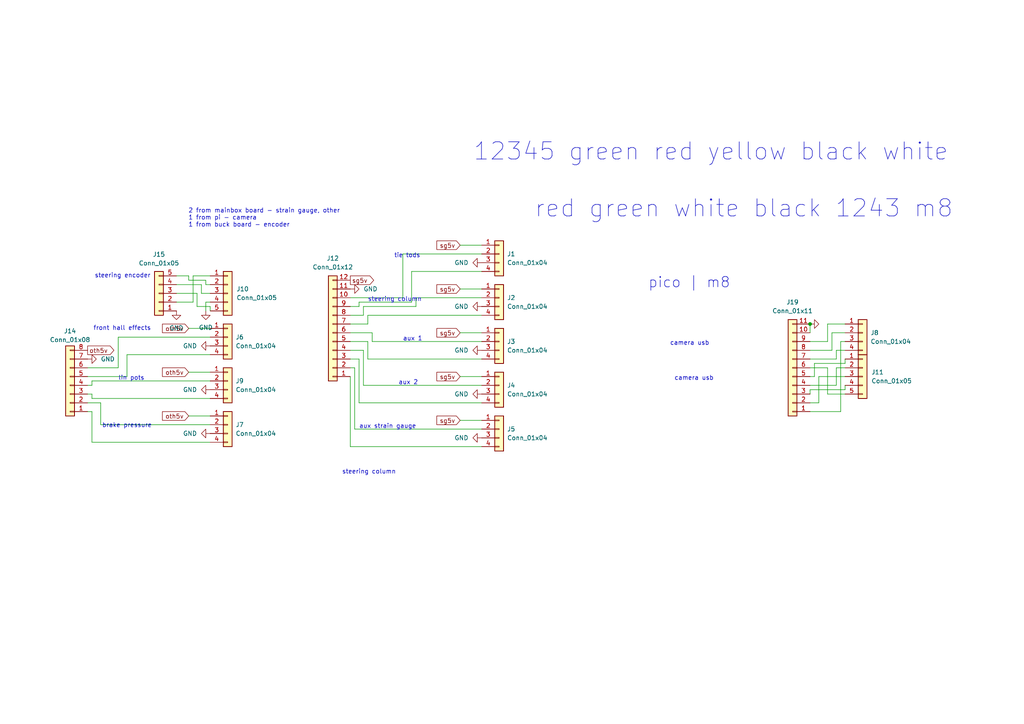
<source format=kicad_sch>
(kicad_sch (version 20230121) (generator eeschema)
  (paper "A4")
  (lib_symbols
    (symbol "Connector_Generic:Conn_01x04" (pin_names (offset 1.016) hide)
      (property "Reference" "J" (at 0 5.08 0))
      (property "Value" "Conn_01x04" (at 0 -7.62 0))
      (symbol "Conn_01x04_1_1"
        (rectangle (start -1.27 -4.953) (end 0 -5.207) (stroke (width 0.1524)))
        (rectangle (start -1.27 -2.413) (end 0 -2.667) (stroke (width 0.1524)))
        (rectangle (start -1.27 0.127) (end 0 -0.127) (stroke (width 0.1524)))
        (rectangle (start -1.27 2.667) (end 0 2.413) (stroke (width 0.1524)))
        (rectangle (start -1.27 3.81) (end 1.27 -6.35) (stroke (width 0.254)) (fill (type background)))
        (pin passive line (at -5.08 2.54 0) (length 3.81) (name "Pin_1") (number "1"))
        (pin passive line (at -5.08 0 0) (length 3.81) (name "Pin_2") (number "2"))
        (pin passive line (at -5.08 -2.54 0) (length 3.81) (name "Pin_3") (number "3"))
        (pin passive line (at -5.08 -5.08 0) (length 3.81) (name "Pin_4") (number "4"))
      )
    )
    (symbol "Connector_Generic:Conn_01x05" (pin_names (offset 1.016) hide)
      (property "Reference" "J" (at 0 7.62 0))
      (property "Value" "Conn_01x05" (at 0 -7.62 0))
      (symbol "Conn_01x05_1_1"
        (rectangle (start -1.27 -4.953) (end 0 -5.207) (stroke (width 0.1524)))
        (rectangle (start -1.27 -2.413) (end 0 -2.667) (stroke (width 0.1524)))
        (rectangle (start -1.27 0.127) (end 0 -0.127) (stroke (width 0.1524)))
        (rectangle (start -1.27 2.667) (end 0 2.413) (stroke (width 0.1524)))
        (rectangle (start -1.27 5.207) (end 0 4.953) (stroke (width 0.1524)))
        (rectangle (start -1.27 6.35) (end 1.27 -6.35) (stroke (width 0.254)) (fill (type background)))
        (pin passive line (at -5.08 5.08 0) (length 3.81) (name "Pin_1") (number "1"))
        (pin passive line (at -5.08 2.54 0) (length 3.81) (name "Pin_2") (number "2"))
        (pin passive line (at -5.08 0 0) (length 3.81) (name "Pin_3") (number "3"))
        (pin passive line (at -5.08 -2.54 0) (length 3.81) (name "Pin_4") (number "4"))
        (pin passive line (at -5.08 -5.08 0) (length 3.81) (name "Pin_5") (number "5"))
      )
    )
    (symbol "Connector_Generic:Conn_01x08" (pin_names (offset 1.016) hide)
      (property "Reference" "J" (at 0 10.16 0))
      (property "Value" "Conn_01x08" (at 0 -12.7 0))
      (symbol "Conn_01x08_1_1"
        (rectangle (start -1.27 -10.033) (end 0 -10.287) (stroke (width 0.1524)))
        (rectangle (start -1.27 -7.493) (end 0 -7.747) (stroke (width 0.1524)))
        (rectangle (start -1.27 -4.953) (end 0 -5.207) (stroke (width 0.1524)))
        (rectangle (start -1.27 -2.413) (end 0 -2.667) (stroke (width 0.1524)))
        (rectangle (start -1.27 0.127) (end 0 -0.127) (stroke (width 0.1524)))
        (rectangle (start -1.27 2.667) (end 0 2.413) (stroke (width 0.1524)))
        (rectangle (start -1.27 5.207) (end 0 4.953) (stroke (width 0.1524)))
        (rectangle (start -1.27 7.747) (end 0 7.493) (stroke (width 0.1524)))
        (rectangle (start -1.27 8.89) (end 1.27 -11.43) (stroke (width 0.254)) (fill (type background)))
        (pin passive line (at -5.08 7.62 0) (length 3.81) (name "Pin_1") (number "1"))
        (pin passive line (at -5.08 5.08 0) (length 3.81) (name "Pin_2") (number "2"))
        (pin passive line (at -5.08 2.54 0) (length 3.81) (name "Pin_3") (number "3"))
        (pin passive line (at -5.08 0 0) (length 3.81) (name "Pin_4") (number "4"))
        (pin passive line (at -5.08 -2.54 0) (length 3.81) (name "Pin_5") (number "5"))
        (pin passive line (at -5.08 -5.08 0) (length 3.81) (name "Pin_6") (number "6"))
        (pin passive line (at -5.08 -7.62 0) (length 3.81) (name "Pin_7") (number "7"))
        (pin passive line (at -5.08 -10.16 0) (length 3.81) (name "Pin_8") (number "8"))
      )
    )
    (symbol "Connector_Generic:Conn_01x11" (pin_names (offset 1.016) hide)
      (property "Reference" "J" (at 0 15.24 0))
      (property "Value" "Conn_01x11" (at 0 -15.24 0))
      (symbol "Conn_01x11_1_1"
        (rectangle (start -1.27 -12.573) (end 0 -12.827) (stroke (width 0.1524)))
        (rectangle (start -1.27 -10.033) (end 0 -10.287) (stroke (width 0.1524)))
        (rectangle (start -1.27 -7.493) (end 0 -7.747) (stroke (width 0.1524)))
        (rectangle (start -1.27 -4.953) (end 0 -5.207) (stroke (width 0.1524)))
        (rectangle (start -1.27 -2.413) (end 0 -2.667) (stroke (width 0.1524)))
        (rectangle (start -1.27 0.127) (end 0 -0.127) (stroke (width 0.1524)))
        (rectangle (start -1.27 2.667) (end 0 2.413) (stroke (width 0.1524)))
        (rectangle (start -1.27 5.207) (end 0 4.953) (stroke (width 0.1524)))
        (rectangle (start -1.27 7.747) (end 0 7.493) (stroke (width 0.1524)))
        (rectangle (start -1.27 10.287) (end 0 10.033) (stroke (width 0.1524)))
        (rectangle (start -1.27 12.827) (end 0 12.573) (stroke (width 0.1524)))
        (rectangle (start -1.27 13.97) (end 1.27 -13.97) (stroke (width 0.254)) (fill (type background)))
        (pin passive line (at -5.08 12.7 0) (length 3.81) (name "Pin_1") (number "1"))
        (pin passive line (at -5.08 -10.16 0) (length 3.81) (name "Pin_10") (number "10"))
        (pin passive line (at -5.08 -12.7 0) (length 3.81) (name "Pin_11") (number "11"))
        (pin passive line (at -5.08 10.16 0) (length 3.81) (name "Pin_2") (number "2"))
        (pin passive line (at -5.08 7.62 0) (length 3.81) (name "Pin_3") (number "3"))
        (pin passive line (at -5.08 5.08 0) (length 3.81) (name "Pin_4") (number "4"))
        (pin passive line (at -5.08 2.54 0) (length 3.81) (name "Pin_5") (number "5"))
        (pin passive line (at -5.08 0 0) (length 3.81) (name "Pin_6") (number "6"))
        (pin passive line (at -5.08 -2.54 0) (length 3.81) (name "Pin_7") (number "7"))
        (pin passive line (at -5.08 -5.08 0) (length 3.81) (name "Pin_8") (number "8"))
        (pin passive line (at -5.08 -7.62 0) (length 3.81) (name "Pin_9") (number "9"))
      )
    )
    (symbol "Connector_Generic:Conn_01x12" (pin_names (offset 1.016) hide)
      (property "Reference" "J" (at 0 15.24 0))
      (property "Value" "Conn_01x12" (at 0 -17.78 0))
      (symbol "Conn_01x12_1_1"
        (rectangle (start -1.27 -15.113) (end 0 -15.367) (stroke (width 0.1524)))
        (rectangle (start -1.27 -12.573) (end 0 -12.827) (stroke (width 0.1524)))
        (rectangle (start -1.27 -10.033) (end 0 -10.287) (stroke (width 0.1524)))
        (rectangle (start -1.27 -7.493) (end 0 -7.747) (stroke (width 0.1524)))
        (rectangle (start -1.27 -4.953) (end 0 -5.207) (stroke (width 0.1524)))
        (rectangle (start -1.27 -2.413) (end 0 -2.667) (stroke (width 0.1524)))
        (rectangle (start -1.27 0.127) (end 0 -0.127) (stroke (width 0.1524)))
        (rectangle (start -1.27 2.667) (end 0 2.413) (stroke (width 0.1524)))
        (rectangle (start -1.27 5.207) (end 0 4.953) (stroke (width 0.1524)))
        (rectangle (start -1.27 7.747) (end 0 7.493) (stroke (width 0.1524)))
        (rectangle (start -1.27 10.287) (end 0 10.033) (stroke (width 0.1524)))
        (rectangle (start -1.27 12.827) (end 0 12.573) (stroke (width 0.1524)))
        (rectangle (start -1.27 13.97) (end 1.27 -16.51) (stroke (width 0.254)) (fill (type background)))
        (pin passive line (at -5.08 12.7 0) (length 3.81) (name "Pin_1") (number "1"))
        (pin passive line (at -5.08 -10.16 0) (length 3.81) (name "Pin_10") (number "10"))
        (pin passive line (at -5.08 -12.7 0) (length 3.81) (name "Pin_11") (number "11"))
        (pin passive line (at -5.08 -15.24 0) (length 3.81) (name "Pin_12") (number "12"))
        (pin passive line (at -5.08 10.16 0) (length 3.81) (name "Pin_2") (number "2"))
        (pin passive line (at -5.08 7.62 0) (length 3.81) (name "Pin_3") (number "3"))
        (pin passive line (at -5.08 5.08 0) (length 3.81) (name "Pin_4") (number "4"))
        (pin passive line (at -5.08 2.54 0) (length 3.81) (name "Pin_5") (number "5"))
        (pin passive line (at -5.08 0 0) (length 3.81) (name "Pin_6") (number "6"))
        (pin passive line (at -5.08 -2.54 0) (length 3.81) (name "Pin_7") (number "7"))
        (pin passive line (at -5.08 -5.08 0) (length 3.81) (name "Pin_8") (number "8"))
        (pin passive line (at -5.08 -7.62 0) (length 3.81) (name "Pin_9") (number "9"))
      )
    )
    (symbol "power:GND" (power) (pin_names (offset 0))
      (property "Value" "GND" (at 0 -3.81 0))
      (symbol "GND_0_1"
        (polyline (pts (xy 0 0) (xy 0 -1.27) (xy 1.27 -1.27) (xy 0 -2.54) (xy -1.27 -1.27) (xy 0 -1.27)))
      )
      (symbol "GND_1_1"
        (pin power_in line (at 0 0 270) (length 0) hide (name "GND") (number "1"))
      )
    )
  )
  (junction (at 234.95 93.98))
  (wire (pts (xy 237.49 109.22) (xy 237.49 116.84)))
  (wire (pts (xy 245.11 101.6) (xy 242.57 101.6)))
  (wire (pts (xy 101.6 129.54) (xy 101.6 109.22)))
  (wire (pts (xy 139.7 104.14) (xy 106.68 104.14)))
  (wire (pts (xy 107.95 96.52) (xy 101.6 96.52)))
  (wire (pts (xy 29.21 116.84) (xy 25.4 116.84)))
  (wire (pts (xy 106.68 99.06) (xy 101.6 99.06)))
  (wire (pts (xy 104.14 104.14) (xy 101.6 104.14)))
  (wire (pts (xy 242.57 106.68) (xy 242.57 111.76)))
  (wire (pts (xy 133.477 96.52) (xy 139.7 96.52)))
  (wire (pts (xy 116.84 86.36) (xy 101.6 86.36)))
  (wire (pts (xy 102.87 124.46) (xy 102.87 106.68)))
  (wire (pts (xy 245.11 106.68) (xy 242.57 106.68)))
  (wire (pts (xy 34.29 106.68) (xy 25.4 106.68)))
  (wire (pts (xy 139.7 116.84) (xy 104.14 116.84)))
  (wire (pts (xy 60.96 85.09) (xy 58.42 85.09)))
  (wire (pts (xy 240.03 114.3) (xy 240.03 106.68)))
  (wire (pts (xy 54.737 95.25) (xy 60.96 95.25)))
  (wire (pts (xy 34.29 97.79) (xy 60.96 97.79)))
  (wire (pts (xy 105.41 101.6) (xy 101.6 101.6)))
  (wire (pts (xy 133.477 83.82) (xy 139.7 83.82)))
  (wire (pts (xy 60.96 90.17) (xy 60.96 88.9)))
  (wire (pts (xy 236.22 109.22) (xy 234.95 109.22)))
  (wire (pts (xy 236.22 105.41) (xy 236.22 109.22)))
  (wire (pts (xy 54.737 107.95) (xy 60.96 107.95)))
  (wire (pts (xy 51.181 87.63) (xy 56.007 87.63)))
  (wire (pts (xy 234.95 113.03) (xy 234.95 114.3)))
  (wire (pts (xy 36.83 109.22) (xy 25.4 109.22)))
  (wire (pts (xy 139.7 78.74) (xy 119.38 78.74)))
  (wire (pts (xy 60.96 128.27) (xy 26.67 128.27)))
  (wire (pts (xy 133.477 121.92) (xy 139.7 121.92)))
  (wire (pts (xy 105.41 111.76) (xy 139.7 111.76)))
  (wire (pts (xy 106.68 91.44) (xy 106.68 93.98)))
  (wire (pts (xy 243.84 99.06) (xy 243.84 119.38)))
  (wire (pts (xy 245.11 96.52) (xy 241.3 96.52)))
  (wire (pts (xy 34.29 97.79) (xy 34.29 106.68)))
  (wire (pts (xy 59.69 82.55) (xy 59.69 81.28)))
  (wire (pts (xy 234.95 93.98) (xy 234.95 96.52)))
  (wire (pts (xy 104.14 87.63) (xy 104.14 88.9)))
  (wire (pts (xy 60.96 102.87) (xy 36.83 102.87)))
  (wire (pts (xy 240.03 99.06) (xy 234.95 99.06)))
  (wire (pts (xy 26.67 114.3) (xy 25.4 114.3)))
  (wire (pts (xy 26.67 119.38) (xy 25.4 119.38)))
  (wire (pts (xy 51.181 82.55) (xy 58.42 82.55)))
  (wire (pts (xy 58.42 85.09) (xy 58.42 82.55)))
  (wire (pts (xy 245.11 104.14) (xy 245.11 105.41)))
  (wire (pts (xy 245.11 105.41) (xy 236.22 105.41)))
  (wire (pts (xy 245.11 99.06) (xy 243.84 99.06)))
  (wire (pts (xy 60.96 80.01) (xy 56.007 80.01)))
  (wire (pts (xy 57.15 88.9) (xy 57.15 85.09)))
  (wire (pts (xy 26.67 110.49) (xy 26.67 111.76)))
  (wire (pts (xy 36.83 102.87) (xy 36.83 109.22)))
  (wire (pts (xy 26.67 115.57) (xy 26.67 114.3)))
  (wire (pts (xy 120.65 86.36) (xy 120.65 88.9)))
  (wire (pts (xy 119.38 78.74) (xy 119.38 87.63)))
  (wire (pts (xy 105.41 111.76) (xy 105.41 101.6)))
  (wire (pts (xy 139.7 91.44) (xy 106.68 91.44)))
  (wire (pts (xy 51.181 80.01) (xy 54.737 80.01)))
  (wire (pts (xy 107.95 99.06) (xy 139.7 99.06)))
  (wire (pts (xy 116.84 73.66) (xy 116.84 86.36)))
  (wire (pts (xy 26.67 111.76) (xy 25.4 111.76)))
  (wire (pts (xy 106.68 93.98) (xy 101.6 93.98)))
  (wire (pts (xy 245.11 111.76) (xy 245.11 113.03)))
  (wire (pts (xy 139.7 129.54) (xy 101.6 129.54)))
  (wire (pts (xy 105.41 88.9) (xy 105.41 91.44)))
  (wire (pts (xy 60.96 82.55) (xy 59.69 82.55)))
  (wire (pts (xy 133.477 71.12) (xy 139.7 71.12)))
  (wire (pts (xy 240.03 93.98) (xy 240.03 99.06)))
  (wire (pts (xy 59.69 81.28) (xy 54.737 81.28)))
  (wire (pts (xy 29.21 123.19) (xy 60.96 123.19)))
  (wire (pts (xy 29.21 123.19) (xy 29.21 116.84)))
  (wire (pts (xy 59.69 87.63) (xy 60.96 87.63)))
  (wire (pts (xy 240.03 106.68) (xy 234.95 106.68)))
  (wire (pts (xy 234.95 119.38) (xy 243.84 119.38)))
  (wire (pts (xy 245.11 113.03) (xy 234.95 113.03)))
  (wire (pts (xy 56.007 80.01) (xy 56.007 87.63)))
  (wire (pts (xy 54.737 81.28) (xy 54.737 80.01)))
  (wire (pts (xy 107.95 99.06) (xy 107.95 96.52)))
  (wire (pts (xy 119.38 87.63) (xy 104.14 87.63)))
  (wire (pts (xy 60.96 110.49) (xy 26.67 110.49)))
  (wire (pts (xy 139.7 73.66) (xy 116.84 73.66)))
  (wire (pts (xy 242.57 111.76) (xy 234.95 111.76)))
  (wire (pts (xy 245.11 114.3) (xy 240.03 114.3)))
  (wire (pts (xy 59.69 90.17) (xy 59.69 87.63)))
  (wire (pts (xy 60.96 115.57) (xy 26.67 115.57)))
  (wire (pts (xy 102.87 106.68) (xy 101.6 106.68)))
  (wire (pts (xy 245.11 93.98) (xy 240.03 93.98)))
  (wire (pts (xy 120.65 88.9) (xy 105.41 88.9)))
  (wire (pts (xy 242.57 104.14) (xy 234.95 104.14)))
  (wire (pts (xy 241.3 101.6) (xy 234.95 101.6)))
  (wire (pts (xy 106.68 104.14) (xy 106.68 99.06)))
  (wire (pts (xy 54.737 120.65) (xy 60.96 120.65)))
  (wire (pts (xy 237.49 116.84) (xy 234.95 116.84)))
  (wire (pts (xy 104.14 88.9) (xy 101.6 88.9)))
  (wire (pts (xy 104.14 116.84) (xy 104.14 104.14)))
  (wire (pts (xy 60.96 88.9) (xy 57.15 88.9)))
  (wire (pts (xy 51.181 85.09) (xy 57.15 85.09)))
  (wire (pts (xy 242.57 101.6) (xy 242.57 104.14)))
  (wire (pts (xy 26.67 128.27) (xy 26.67 119.38)))
  (wire (pts (xy 133.477 109.22) (xy 139.7 109.22)))
  (wire (pts (xy 241.3 96.52) (xy 241.3 101.6)))
  (wire (pts (xy 102.87 124.46) (xy 139.7 124.46)))
  (wire (pts (xy 105.41 91.44) (xy 101.6 91.44)))
  (wire (pts (xy 139.7 86.36) (xy 120.65 86.36)))
  (wire (pts (xy 245.11 109.22) (xy 237.49 109.22)))
  (text "steering column" (at 106.68 87.63 0) (effects (font (size 1.27 1.27)) (justify left bottom)))
  (text "tie tods" (at 114.3 74.93 0) (effects (font (size 1.27 1.27)) (justify left bottom)))
  (text "12345 green red yellow black white" (at 137.16 46.99 0) (effects (font (size 5 5)) (justify left bottom)))
  (text "2 from mainbox board - strain gauge, other\n1 from pi - camera\n1 from buck board - encoder" (at 54.61 66.04 0) (effects (font (size 1.27 1.27)) (justify left bottom)))
  (text "camera usb" (at 194.31 100.33 0) (effects (font (size 1.27 1.27)) (justify left bottom)))
  (text "brake pressure" (at 29.591 124.206 0) (effects (font (size 1.27 1.27)) (justify left bottom)))
  (text "red green white black 1243 m8" (at 154.94 63.5 0) (effects (font (size 5 5)) (justify left bottom)))
  (text "camera usb" (at 195.58 110.49 0) (effects (font (size 1.27 1.27)) (justify left bottom)))
  (text "pico | m8" (at 187.96 83.82 0) (effects (font (size 3 3)) (justify left bottom)))
  (text "aux strain gauge" (at 104.14 124.46 0) (effects (font (size 1.27 1.27)) (justify left bottom)))
  (text "front hall effects" (at 27.051 96.012 0) (effects (font (size 1.27 1.27)) (justify left bottom)))
  (text "aux 1" (at 116.84 99.06 0) (effects (font (size 1.27 1.27)) (justify left bottom)))
  (text "steering encoder" (at 27.432 80.772 0) (effects (font (size 1.27 1.27)) (justify left bottom)))
  (text "lin pots" (at 34.29 110.49 0) (effects (font (size 1.27 1.27)) (justify left bottom)))
  (text "aux 2" (at 115.57 111.76 0) (effects (font (size 1.27 1.27)) (justify left bottom)))
  (text "steering column" (at 99.187 137.668 0) (effects (font (size 1.27 1.27)) (justify left bottom)))
  (global_label "sg5v" (shape output) (at 101.6 81.28 0) (property "Intersheetrefs" "${INTERSHEET_REFS}" (effects hide)))
  (global_label "sg5v" (shape input) (at 133.477 121.92 180) (property "Intersheetrefs" "${INTERSHEET_REFS}" (effects hide)))
  (global_label "sg5v" (shape input) (at 133.477 83.82 180) (property "Intersheetrefs" "${INTERSHEET_REFS}" (effects hide)))
  (global_label "sg5v" (shape input) (at 133.477 109.22 180) (property "Intersheetrefs" "${INTERSHEET_REFS}" (effects hide)))
  (global_label "oth5v" (shape input) (at 54.737 120.65 180) (property "Intersheetrefs" "${INTERSHEET_REFS}" (effects hide)))
  (global_label "oth5v" (shape input) (at 54.737 107.95 180) (property "Intersheetrefs" "${INTERSHEET_REFS}" (effects hide)))
  (global_label "oth5v" (shape input) (at 54.737 95.25 180) (property "Intersheetrefs" "${INTERSHEET_REFS}" (effects hide)))
  (global_label "oth5v" (shape output) (at 25.4 101.6 0) (property "Intersheetrefs" "${INTERSHEET_REFS}" (effects hide)))
  (global_label "sg5v" (shape input) (at 133.477 96.52 180) (property "Intersheetrefs" "${INTERSHEET_REFS}" (effects hide)))
  (global_label "sg5v" (shape input) (at 133.477 71.12 180) (property "Intersheetrefs" "${INTERSHEET_REFS}" (effects hide)))
  (symbol (lib_id "power:GND") (at 60.96 125.73 270) (unit 1)
    (property "Reference" "#PWR010" (effects hide))
    (property "Value" "GND" (at 57.15 125.73 90) (effects (justify right)))
  )
  (symbol (lib_id "Connector_Generic:Conn_01x08") (at 20.32 111.76 180) (unit 1)
    (property "Reference" "J14" (at 20.32 96.012 0))
    (property "Value" "Conn_01x08" (at 20.32 98.552 0))
    (property "Footprint" "peripheralio:SMD_picoblade_hori_1x08" (effects hide))
  )
  (symbol (lib_id "Connector_Generic:Conn_01x11") (at 229.87 106.68 180) (unit 1)
    (property "Reference" "J19" (at 229.87 87.63 0))
    (property "Value" "Conn_01x11" (at 229.87 90.17 0))
    (property "Footprint" "peripheralio:1932258-1" (effects hide))
  )
  (symbol (lib_id "Connector_Generic:Conn_01x04") (at 250.19 96.52 0) (unit 1)
    (property "Reference" "J8" (at 252.476 96.52 0) (effects (justify left)))
    (property "Value" "Conn_01x04" (at 252.476 99.06 0) (effects (justify left)))
    (property "Footprint" "peripheralio:CONN_T4041017041-000_TEC" (effects hide))
  )
  (symbol (lib_id "power:GND") (at 25.4 104.14 90) (unit 1)
    (property "Reference" "#PWR011" (effects hide))
    (property "Value" "GND" (at 29.21 104.14 90) (effects (justify right)))
  )
  (symbol (lib_id "Connector_Generic:Conn_01x05") (at 46.101 85.09 180) (unit 1)
    (property "Reference" "J15" (at 46.101 73.787 0))
    (property "Value" "Conn_01x05" (at 46.101 76.327 0))
    (property "Footprint" "peripheralio:SMD_picoblade_hori_1x05" (effects hide))
  )
  (symbol (lib_id "power:GND") (at 60.96 113.03 270) (unit 1)
    (property "Reference" "#PWR09" (effects hide))
    (property "Value" "GND" (at 57.15 113.03 90) (effects (justify right)))
  )
  (symbol (lib_id "power:GND") (at 139.7 114.3 270) (unit 1)
    (property "Reference" "#PWR04" (effects hide))
    (property "Value" "GND" (at 135.89 114.3 90) (effects (justify right)))
  )
  (symbol (lib_id "power:GND") (at 101.6 83.82 90) (unit 1)
    (property "Reference" "#PWR012" (effects hide))
    (property "Value" "GND" (at 105.41 83.82 90) (effects (justify right)))
  )
  (symbol (lib_id "power:GND") (at 139.7 101.6 270) (unit 1)
    (property "Reference" "#PWR03" (effects hide))
    (property "Value" "GND" (at 135.89 101.6 90) (effects (justify right)))
  )
  (symbol (lib_id "Connector_Generic:Conn_01x04") (at 66.04 110.49 0) (unit 1)
    (property "Reference" "J9" (at 68.326 110.49 0) (effects (justify left)))
    (property "Value" "Conn_01x04" (at 68.326 113.03 0) (effects (justify left)))
    (property "Footprint" "peripheralio:CONN_T4041017041-000_TEC" (effects hide))
  )
  (symbol (lib_id "power:GND") (at 60.96 100.33 270) (unit 1)
    (property "Reference" "#PWR08" (effects hide))
    (property "Value" "GND" (at 57.15 100.33 90) (effects (justify right)))
  )
  (symbol (lib_id "Connector_Generic:Conn_01x04") (at 144.78 111.76 0) (unit 1)
    (property "Reference" "J4" (at 147.066 111.76 0) (effects (justify left)))
    (property "Value" "Conn_01x04" (at 147.066 114.3 0) (effects (justify left)))
    (property "Footprint" "peripheralio:CONN_T4041017041-000_TEC" (effects hide))
  )
  (symbol (lib_id "power:GND") (at 51.181 90.17 0) (unit 1)
    (property "Reference" "#PWR07" (effects hide))
    (property "Value" "GND" (at 51.181 95.123 0))
  )
  (symbol (lib_id "Connector_Generic:Conn_01x04") (at 144.78 86.36 0) (unit 1)
    (property "Reference" "J2" (at 147.066 86.36 0) (effects (justify left)))
    (property "Value" "Conn_01x04" (at 147.066 88.9 0) (effects (justify left)))
    (property "Footprint" "peripheralio:CONN_T4041017041-000_TEC" (effects hide))
  )
  (symbol (lib_id "Connector_Generic:Conn_01x05") (at 66.04 85.09 0) (unit 1)
    (property "Reference" "J10" (at 68.58 83.82 0) (effects (justify left)))
    (property "Value" "Conn_01x05" (at 68.58 86.36 0) (effects (justify left)))
    (property "Footprint" "peripheralio:5pth" (effects hide))
  )
  (symbol (lib_id "Connector_Generic:Conn_01x04") (at 144.78 99.06 0) (unit 1)
    (property "Reference" "J3" (at 147.066 99.06 0) (effects (justify left)))
    (property "Value" "Conn_01x04" (at 147.066 101.6 0) (effects (justify left)))
    (property "Footprint" "peripheralio:CONN_T4041017041-000_TEC" (effects hide))
  )
  (symbol (lib_id "power:GND") (at 139.7 127 270) (unit 1)
    (property "Reference" "#PWR05" (effects hide))
    (property "Value" "GND" (at 135.89 127 90) (effects (justify right)))
  )
  (symbol (lib_id "power:GND") (at 59.69 90.17 0) (unit 1)
    (property "Reference" "#PWR013" (effects hide))
    (property "Value" "GND" (at 59.69 94.996 0))
  )
  (symbol (lib_id "Connector_Generic:Conn_01x04") (at 66.04 97.79 0) (unit 1)
    (property "Reference" "J6" (at 68.326 97.79 0) (effects (justify left)))
    (property "Value" "Conn_01x04" (at 68.326 100.33 0) (effects (justify left)))
    (property "Footprint" "peripheralio:CONN_T4041017041-000_TEC" (effects hide))
  )
  (symbol (lib_id "power:GND") (at 139.7 88.9 270) (unit 1)
    (property "Reference" "#PWR02" (effects hide))
    (property "Value" "GND" (at 135.89 88.9 90) (effects (justify right)))
  )
  (symbol (lib_id "Connector_Generic:Conn_01x05") (at 250.19 109.22 0) (unit 1)
    (property "Reference" "J11" (at 252.73 107.95 0) (effects (justify left)))
    (property "Value" "Conn_01x05" (at 252.73 110.49 0) (effects (justify left)))
    (property "Footprint" "peripheralio:5pth" (effects hide))
  )
  (symbol (lib_id "power:GND") (at 234.95 93.98 90) (unit 1)
    (property "Reference" "#PWR01" (effects hide))
    (property "Value" "GND" (effects hide))
  )
  (symbol (lib_id "Connector_Generic:Conn_01x04") (at 66.04 123.19 0) (unit 1)
    (property "Reference" "J7" (at 68.326 123.19 0) (effects (justify left)))
    (property "Value" "Conn_01x04" (at 68.326 125.73 0) (effects (justify left)))
    (property "Footprint" "peripheralio:CONN_T4041017041-000_TEC" (effects hide))
  )
  (symbol (lib_id "Connector_Generic:Conn_01x04") (at 144.78 124.46 0) (unit 1)
    (property "Reference" "J5" (at 147.066 124.46 0) (effects (justify left)))
    (property "Value" "Conn_01x04" (at 147.066 127 0) (effects (justify left)))
    (property "Footprint" "peripheralio:CONN_T4041017041-000_TEC" (effects hide))
  )
  (symbol (lib_id "Connector_Generic:Conn_01x04") (at 144.78 73.66 0) (unit 1)
    (property "Reference" "J1" (at 147.066 73.66 0) (effects (justify left)))
    (property "Value" "Conn_01x04" (at 147.066 76.2 0) (effects (justify left)))
    (property "Footprint" "peripheralio:CONN_T4041017041-000_TEC" (effects hide))
  )
  (symbol (lib_id "Connector_Generic:Conn_01x12") (at 96.52 96.52 180) (unit 1)
    (property "Reference" "J12" (at 96.52 74.93 0))
    (property "Value" "Conn_01x12" (at 96.52 77.47 0))
    (property "Footprint" "peripheralio:SMD_picoblade_hori_1x12" (effects hide))
  )
  (symbol (lib_id "power:GND") (at 139.7 76.2 270) (unit 1)
    (property "Reference" "#PWR06" (effects hide))
    (property "Value" "GND" (at 135.89 76.2 90) (effects (justify right)))
  )
)
</source>
